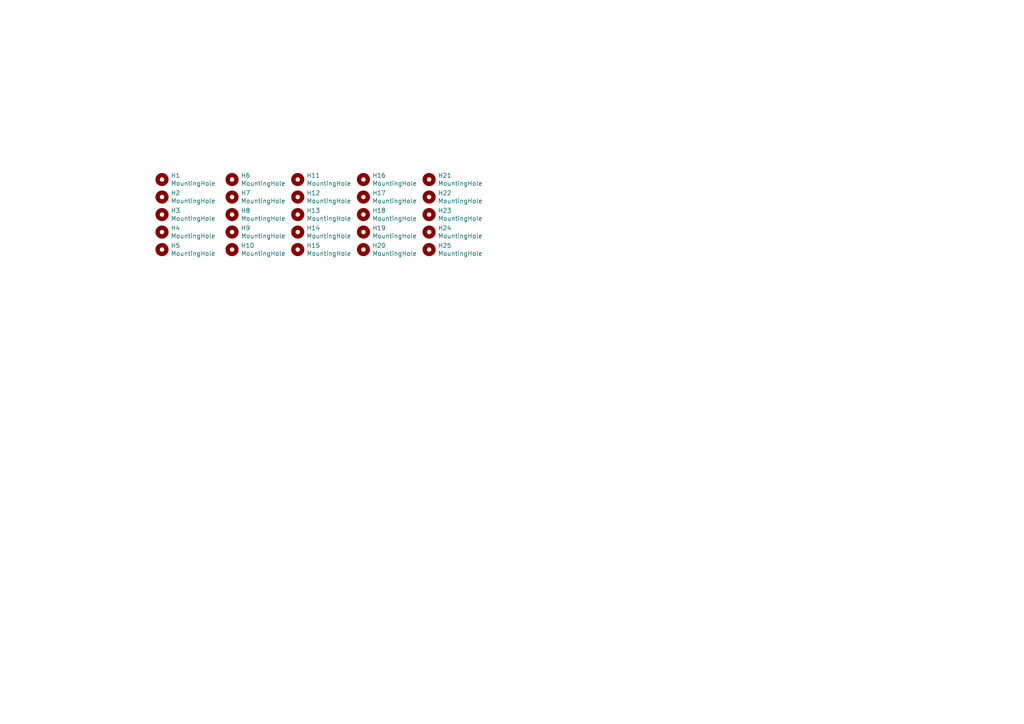
<source format=kicad_sch>
(kicad_sch (version 20250114) (generator "eeschema") (generator_version "9.0")
  (paper "A4")
  (title_block (title "67 Keyboard with Trackpoint") (date "2020-06-22") (rev "A") (company "DNBDMR"))
  (lib_symbols
    (symbol "Mechanical:MountingHole" (pin_names (offset 1.016)) (in_bom no)
      (property "Reference" "H" (at 0 5.08 0))
      (property "Value" "MountingHole" (at 0 3.175 0))
      (symbol "MountingHole_0_1"
        (circle (center 0 0) (radius 1.27) (stroke (width 1.27)))
      )
    )
  )
  (symbol (lib_id "Mechanical:MountingHole") (at 86.36 52.07 0) (unit 1)
    (property "Reference" "H11" (at 88.9 50.9016 0) (effects (justify left)))
    (property "Value" "MountingHole" (at 88.9 53.213 0) (effects (justify left)))
    (property "Footprint" "MountingHole:MountingHole_2.2mm_M2" (effects (hide yes)))
  )
  (symbol (lib_id "Mechanical:MountingHole") (at 86.36 57.15 0) (unit 1)
    (property "Reference" "H12" (at 88.9 55.9816 0) (effects (justify left)))
    (property "Value" "MountingHole" (at 88.9 58.293 0) (effects (justify left)))
    (property "Footprint" "MountingHole:MountingHole_2.2mm_M2" (effects (hide yes)))
  )
  (symbol (lib_id "Mechanical:MountingHole") (at 86.36 62.23 0) (unit 1)
    (property "Reference" "H13" (at 88.9 61.0616 0) (effects (justify left)))
    (property "Value" "MountingHole" (at 88.9 63.373 0) (effects (justify left)))
    (property "Footprint" "MountingHole:MountingHole_2.2mm_M2" (effects (hide yes)))
  )
  (symbol (lib_id "Mechanical:MountingHole") (at 86.36 67.31 0) (unit 1)
    (property "Reference" "H14" (at 88.9 66.1416 0) (effects (justify left)))
    (property "Value" "MountingHole" (at 88.9 68.453 0) (effects (justify left)))
    (property "Footprint" "MountingHole:MountingHole_2.2mm_M2" (effects (hide yes)))
  )
  (symbol (lib_id "Mechanical:MountingHole") (at 86.36 72.39 0) (unit 1)
    (property "Reference" "H15" (at 88.9 71.2216 0) (effects (justify left)))
    (property "Value" "MountingHole" (at 88.9 73.533 0) (effects (justify left)))
    (property "Footprint" "MountingHole:MountingHole_2.2mm_M2" (effects (hide yes)))
  )
  (symbol (lib_id "Mechanical:MountingHole") (at 105.41 52.07 0) (unit 1)
    (property "Reference" "H16" (at 107.95 50.9016 0) (effects (justify left)))
    (property "Value" "MountingHole" (at 107.95 53.213 0) (effects (justify left)))
    (property "Footprint" "MountingHole:MountingHole_2.2mm_M2" (effects (hide yes)))
  )
  (symbol (lib_id "Mechanical:MountingHole") (at 105.41 57.15 0) (unit 1)
    (property "Reference" "H17" (at 107.95 55.9816 0) (effects (justify left)))
    (property "Value" "MountingHole" (at 107.95 58.293 0) (effects (justify left)))
    (property "Footprint" "MountingHole:MountingHole_2.2mm_M2" (effects (hide yes)))
  )
  (symbol (lib_id "Mechanical:MountingHole") (at 105.41 62.23 0) (unit 1)
    (property "Reference" "H18" (at 107.95 61.0616 0) (effects (justify left)))
    (property "Value" "MountingHole" (at 107.95 63.373 0) (effects (justify left)))
    (property "Footprint" "MountingHole:MountingHole_2.2mm_M2" (effects (hide yes)))
  )
  (symbol (lib_id "Mechanical:MountingHole") (at 105.41 67.31 0) (unit 1)
    (property "Reference" "H19" (at 107.95 66.1416 0) (effects (justify left)))
    (property "Value" "MountingHole" (at 107.95 68.453 0) (effects (justify left)))
    (property "Footprint" "MountingHole:MountingHole_2.2mm_M2" (effects (hide yes)))
  )
  (symbol (lib_id "Mechanical:MountingHole") (at 105.41 72.39 0) (unit 1)
    (property "Reference" "H20" (at 107.95 71.2216 0) (effects (justify left)))
    (property "Value" "MountingHole" (at 107.95 73.533 0) (effects (justify left)))
    (property "Footprint" "MountingHole:MountingHole_2.2mm_M2" (effects (hide yes)))
  )
  (symbol (lib_id "Mechanical:MountingHole") (at 67.31 52.07 0) (unit 1)
    (property "Reference" "H6" (at 69.85 50.9016 0) (effects (justify left)))
    (property "Value" "MountingHole" (at 69.85 53.213 0) (effects (justify left)))
    (property "Footprint" "MountingHole:MountingHole_2.2mm_M2" (effects (hide yes)))
  )
  (symbol (lib_id "Mechanical:MountingHole") (at 67.31 57.15 0) (unit 1)
    (property "Reference" "H7" (at 69.85 55.9816 0) (effects (justify left)))
    (property "Value" "MountingHole" (at 69.85 58.293 0) (effects (justify left)))
    (property "Footprint" "MountingHole:MountingHole_2.2mm_M2" (effects (hide yes)))
  )
  (symbol (lib_id "Mechanical:MountingHole") (at 67.31 62.23 0) (unit 1)
    (property "Reference" "H8" (at 69.85 61.0616 0) (effects (justify left)))
    (property "Value" "MountingHole" (at 69.85 63.373 0) (effects (justify left)))
    (property "Footprint" "MountingHole:MountingHole_2.2mm_M2" (effects (hide yes)))
  )
  (symbol (lib_id "Mechanical:MountingHole") (at 67.31 67.31 0) (unit 1)
    (property "Reference" "H9" (at 69.85 66.1416 0) (effects (justify left)))
    (property "Value" "MountingHole" (at 69.85 68.453 0) (effects (justify left)))
    (property "Footprint" "MountingHole:MountingHole_2.2mm_M2" (effects (hide yes)))
  )
  (symbol (lib_id "Mechanical:MountingHole") (at 67.31 72.39 0) (unit 1)
    (property "Reference" "H10" (at 69.85 71.2216 0) (effects (justify left)))
    (property "Value" "MountingHole" (at 69.85 73.533 0) (effects (justify left)))
    (property "Footprint" "MountingHole:MountingHole_2.2mm_M2" (effects (hide yes)))
  )
  (symbol (lib_id "Mechanical:MountingHole") (at 46.99 52.07 0) (unit 1)
    (property "Reference" "H1" (at 49.53 50.9016 0) (effects (justify left)))
    (property "Value" "MountingHole" (at 49.53 53.213 0) (effects (justify left)))
    (property "Footprint" "MountingHole:MountingHole_2.2mm_M2" (effects (hide yes)))
  )
  (symbol (lib_id "Mechanical:MountingHole") (at 46.99 57.15 0) (unit 1)
    (property "Reference" "H2" (at 49.53 55.9816 0) (effects (justify left)))
    (property "Value" "MountingHole" (at 49.53 58.293 0) (effects (justify left)))
    (property "Footprint" "MountingHole:MountingHole_2.2mm_M2" (effects (hide yes)))
  )
  (symbol (lib_id "Mechanical:MountingHole") (at 46.99 62.23 0) (unit 1)
    (property "Reference" "H3" (at 49.53 61.0616 0) (effects (justify left)))
    (property "Value" "MountingHole" (at 49.53 63.373 0) (effects (justify left)))
    (property "Footprint" "MountingHole:MountingHole_2.2mm_M2" (effects (hide yes)))
  )
  (symbol (lib_id "Mechanical:MountingHole") (at 46.99 67.31 0) (unit 1)
    (property "Reference" "H4" (at 49.53 66.1416 0) (effects (justify left)))
    (property "Value" "MountingHole" (at 49.53 68.453 0) (effects (justify left)))
    (property "Footprint" "MountingHole:MountingHole_2.2mm_M2" (effects (hide yes)))
  )
  (symbol (lib_id "Mechanical:MountingHole") (at 46.99 72.39 0) (unit 1)
    (property "Reference" "H5" (at 49.53 71.2216 0) (effects (justify left)))
    (property "Value" "MountingHole" (at 49.53 73.533 0) (effects (justify left)))
    (property "Footprint" "MountingHole:MountingHole_2.2mm_M2" (effects (hide yes)))
  )
  (symbol (lib_id "Mechanical:MountingHole") (at 124.46 52.07 0) (unit 1)
    (property "Reference" "H21" (at 127 50.9016 0) (effects (justify left)))
    (property "Value" "MountingHole" (at 127 53.213 0) (effects (justify left)))
    (property "Footprint" "MountingHole:MountingHole_2.2mm_M2" (effects (hide yes)))
  )
  (symbol (lib_id "Mechanical:MountingHole") (at 124.46 57.15 0) (unit 1)
    (property "Reference" "H22" (at 127 55.9816 0) (effects (justify left)))
    (property "Value" "MountingHole" (at 127 58.293 0) (effects (justify left)))
    (property "Footprint" "MountingHole:MountingHole_2.2mm_M2" (effects (hide yes)))
  )
  (symbol (lib_id "Mechanical:MountingHole") (at 124.46 62.23 0) (unit 1)
    (property "Reference" "H23" (at 127 61.0616 0) (effects (justify left)))
    (property "Value" "MountingHole" (at 127 63.373 0) (effects (justify left)))
    (property "Footprint" "MountingHole:MountingHole_2.2mm_M2" (effects (hide yes)))
  )
  (symbol (lib_id "Mechanical:MountingHole") (at 124.46 67.31 0) (unit 1)
    (property "Reference" "H24" (at 127 66.1416 0) (effects (justify left)))
    (property "Value" "MountingHole" (at 127 68.453 0) (effects (justify left)))
    (property "Footprint" "MountingHole:MountingHole_2.2mm_M2" (effects (hide yes)))
  )
  (symbol (lib_id "Mechanical:MountingHole") (at 124.46 72.39 0) (unit 1)
    (property "Reference" "H25" (at 127 71.2216 0) (effects (justify left)))
    (property "Value" "MountingHole" (at 127 73.533 0) (effects (justify left)))
    (property "Footprint" "MountingHole:MountingHole_2.2mm_M2" (effects (hide yes)))
  )
)
</source>
